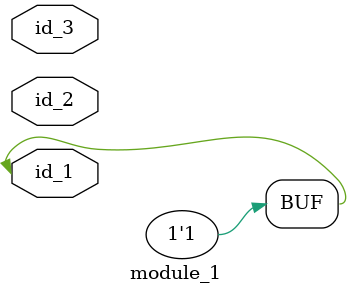
<source format=v>
module module_0 (
    id_1,
    id_2,
    id_3,
    id_4,
    id_5,
    id_6,
    id_7,
    id_8,
    id_9,
    id_10,
    id_11,
    id_12,
    id_13
);
  input wire id_13;
  input wire id_12;
  output wire id_11;
  input wire id_10;
  input wire id_9;
  input wire id_8;
  output wire id_7;
  output wire id_6;
  input wire id_5;
  input wire id_4;
  inout wire id_3;
  output wire id_2;
  input wire id_1;
  assign id_6 = (1);
  wire id_14;
  wire id_15;
  wire id_16;
endmodule
module module_1 (
    id_1,
    id_2,
    id_3
);
  input wire id_3;
  input wire id_2;
  inout wire id_1;
  assign id_1 = 1;
  module_0 modCall_1 (
      id_3,
      id_1,
      id_1,
      id_1,
      id_3,
      id_1,
      id_1,
      id_3,
      id_3,
      id_3,
      id_1,
      id_1,
      id_1
  );
endmodule

</source>
